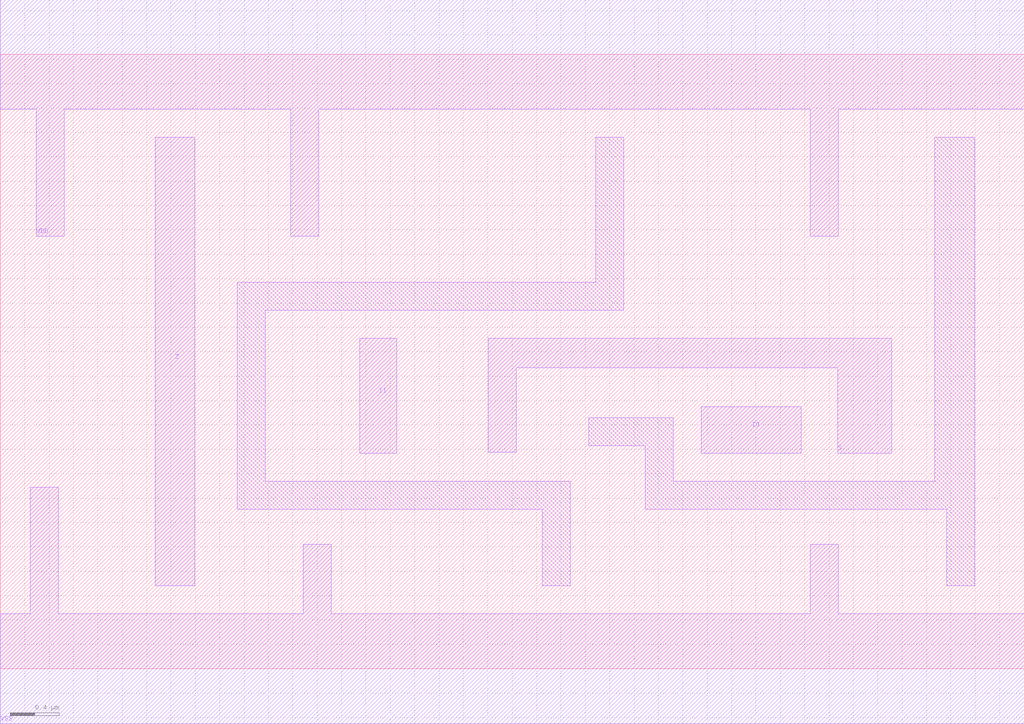
<source format=lef>
# Copyright 2022 GlobalFoundries PDK Authors
#
# Licensed under the Apache License, Version 2.0 (the "License");
# you may not use this file except in compliance with the License.
# You may obtain a copy of the License at
#
#      http://www.apache.org/licenses/LICENSE-2.0
#
# Unless required by applicable law or agreed to in writing, software
# distributed under the License is distributed on an "AS IS" BASIS,
# WITHOUT WARRANTIES OR CONDITIONS OF ANY KIND, either express or implied.
# See the License for the specific language governing permissions and
# limitations under the License.

MACRO gf180mcu_fd_sc_mcu9t5v0__mux2_2
  CLASS core ;
  FOREIGN gf180mcu_fd_sc_mcu9t5v0__mux2_2 0.0 0.0 ;
  ORIGIN 0 0 ;
  SYMMETRY X Y ;
  SITE GF018hv5v_green_sc9 ;
  SIZE 8.4 BY 5.04 ;
  PIN I0
    DIRECTION INPUT ;
    ANTENNAGATEAREA 1.707 ;
    PORT
      LAYER METAL1 ;
        POLYGON 5.75 1.77 6.57 1.77 6.57 2.15 5.75 2.15  ;
    END
  END I0
  PIN I1
    DIRECTION INPUT ;
    ANTENNAGATEAREA 1.707 ;
    PORT
      LAYER METAL1 ;
        POLYGON 2.95 1.77 3.255 1.77 3.255 2.71 2.95 2.71  ;
    END
  END I1
  PIN S
    DIRECTION INPUT ;
    ANTENNAGATEAREA 3.414 ;
    PORT
      LAYER METAL1 ;
        POLYGON 4.005 1.775 4.235 1.775 4.235 2.47 6.87 2.47 6.87 1.77 7.315 1.77 7.315 2.71 4.005 2.71  ;
    END
  END S
  PIN Z
    DIRECTION OUTPUT ;
    ANTENNADIFFAREA 1.7295 ;
    PORT
      LAYER METAL1 ;
        POLYGON 1.27 0.68 1.595 0.68 1.595 4.36 1.27 4.36  ;
    END
  END Z
  PIN VDD
    DIRECTION INOUT ;
    USE power ;
    SHAPE ABUTMENT ;
    PORT
      LAYER METAL1 ;
        POLYGON 0 4.59 0.295 4.59 0.295 3.55 0.525 3.55 0.525 4.59 2.385 4.59 2.385 3.55 2.615 3.55 2.615 4.59 5.115 4.59 6.645 4.59 6.645 3.55 6.875 3.55 6.875 4.59 7.995 4.59 8.4 4.59 8.4 5.49 7.995 5.49 5.115 5.49 0 5.49  ;
    END
  END VDD
  PIN VSS
    DIRECTION INOUT ;
    USE ground ;
    SHAPE ABUTMENT ;
    PORT
      LAYER METAL1 ;
        POLYGON 0 -0.45 8.4 -0.45 8.4 0.45 6.875 0.45 6.875 1.02 6.645 1.02 6.645 0.45 2.715 0.45 2.715 1.02 2.485 1.02 2.485 0.45 0.475 0.45 0.475 1.49 0.245 1.49 0.245 0.45 0 0.45  ;
    END
  END VSS
  OBS
      LAYER METAL1 ;
        POLYGON 2.175 2.94 5.115 2.94 5.115 4.36 4.885 4.36 4.885 3.17 1.945 3.17 1.945 1.31 4.445 1.31 4.445 0.68 4.675 0.68 4.675 1.54 2.175 1.54  ;
        POLYGON 4.83 1.83 5.29 1.83 5.29 1.31 7.765 1.31 7.765 0.68 7.995 0.68 7.995 4.36 7.665 4.36 7.665 1.54 5.52 1.54 5.52 2.06 4.83 2.06  ;
  END
END gf180mcu_fd_sc_mcu9t5v0__mux2_2

</source>
